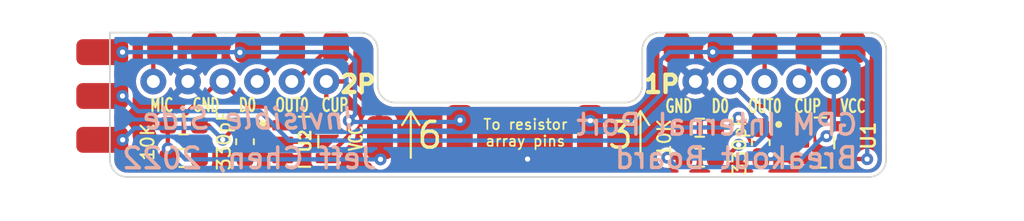
<source format=kicad_pcb>
(kicad_pcb (version 20211014) (generator pcbnew)
  (title_block (rev "1"))
  (layers (0 "F.Cu" signal "Front") (31 "B.Cu" signal "Back") (34 "B.Paste" user) (35 "F.Paste" user) (36 "B.SilkS" user "B.Silkscreen") (37 "F.SilkS" user "F.Silkscreen") (38 "B.Mask" user) (39 "F.Mask" user) (44 "Edge.Cuts" user))
  (net 0 "")
  (net 1 "GND")
  (net 2 "VCC1")
  (net 3 "/2P_INT_DATA")
  (net 4 "/1P_EXT_DATA")
  (net 5 "/2P_EXT_DATA")
  (net 6 "/1P_INT_DATA")
  (net 7 "/1P_CLK")
  (net 8 "/1P_DATA")
  (net 9 "/2P_CLK")
  (net 10 "/2P_DATA")
  (net 11 "/MIC")
  (net 12 "/LATCH1")
  (net 13 "/LATCH2")
  (net 14 "VCC2")
  (footprint "DA15_Fix:Single Pad Pin" (layer "F.Cu") (at 145.56 107.44)
    (fp_text reference "V3" hide)
    (fp_text value "4016_D0")
    (pad "1" smd roundrect (at 0 0 90) (size 3 1.5) (layers "F.Cu" "F.Paste" "F.Mask") (net 8 "/1P_DATA"))
  )
  (footprint "Resistor_SMD:R_0603_1608Metric_Pad0.98x0.95mm_HandSolder" (layer "F.Cu") (at 122.0775 109.01 180)
    (fp_text reference "R4" hide)
    (fp_text value "10K")
    (fp_line (start -0.254724 0.5225) (end 0.254724 0.5225) (layer "F.SilkS") (width 0.12))
    (fp_line (start -0.254724 -0.5225) (end 0.254724 -0.5225) (layer "F.SilkS") (width 0.12))
    (pad "1" smd roundrect (at -0.9125 0 180) (size 0.975 0.95) (layers "F.Cu" "F.Paste" "F.Mask") (net 3 "/2P_INT_DATA"))
    (pad "2" smd roundrect (at 0.9125 0 180) (size 0.975 0.95) (layers "F.Cu" "F.Paste" "F.Mask") (net 14 "VCC2"))
  )
  (footprint "Capacitor_SMD:C_0603_1608Metric_Pad1.08x0.95mm_HandSolder" (layer "F.Cu") (at 125.62 108.07 -90)
    (fp_text reference "C2" hide)
    (fp_text value "330pF")
    (fp_line (start -0.146267 0.51) (end 0.146267 0.51) (layer "F.SilkS") (width 0.12))
    (fp_line (start -0.146267 -0.51) (end 0.146267 -0.51) (layer "F.SilkS") (width 0.12))
    (pad "1" smd roundrect (at -0.8625 0 270) (size 1.075 0.95) (layers "F.Cu" "F.Paste" "F.Mask") (net 5 "/2P_EXT_DATA"))
    (pad "2" smd roundrect (at 0.8625 0 270) (size 1.075 0.95) (layers "F.Cu" "F.Paste" "F.Mask") (net 1 "GND"))
  )
  (footprint "DA15_Fix:2P Internal" (layer "F.Cu") (at 120.32 104.58)
    (fp_text reference "P2" hide)
    (fp_text value "2P_Internal")
    (pad "1" thru_hole circle (at 0 0) (size 1.5 1.5) (drill 0.75) (layers *.Cu *.Mask) (net 11 "/MIC"))
    (pad "2" thru_hole circle (at 2 0) (size 1.5 1.5) (drill 0.75) (layers *.Cu *.Mask) (net 1 "GND"))
    (pad "3" thru_hole circle (at 4 0) (size 1.5 1.5) (drill 0.75) (layers *.Cu *.Mask) (net 3 "/2P_INT_DATA"))
    (pad "4" thru_hole circle (at 6 0) (size 1.5 1.5) (drill 0.75) (layers *.Cu *.Mask) (net 13 "/LATCH2"))
    (pad "5" thru_hole circle (at 8 0) (size 1.5 1.5) (drill 0.75) (layers *.Cu *.Mask) (net 9 "/2P_CLK"))
    (pad "6" thru_hole circle (at 10 0) (size 1.5 1.5) (drill 0.75) (layers *.Cu *.Mask) (net 14 "VCC2"))
  )
  (footprint "LOGO" (layer "F.Cu") (at 140.24 105.43)
    (fp_text reference "G***" hide)
    (fp_text value "LOGO" hide)
  )
  (footprint "DA15_Fix:SOT95P280X145-5N" (layer "F.Cu") (at 129.055 108.07)
    (fp_text reference "U2" (at 0.045 -0.045 90) (layer "F.SilkS") (effects (font (size 0.65 0.65))))
    (fp_text value "SN74AHCT1G08DBVR")
    (fp_line (start -0.33 -1.45) (end 0.33 -1.45) (layer "F.SilkS") (width 0.127))
    (fp_line (start 0.33 1.45) (end -0.33 1.45) (layer "F.SilkS") (width 0.127))
    (fp_line (start 0.8 -0.335) (end 0.8 0.335) (layer "F.SilkS") (width 0.127))
    (fp_circle (center -2.41 -1.05) (end -2.31 -1.05) (layer "F.SilkS") (width 0.2) (fill none))
    (pad "1" smd roundrect (at -1.255 -0.95) (size 1.21 0.59) (layers "F.Cu" "F.Paste" "F.Mask") (roundrect_rratio 0.15) (net 5 "/2P_EXT_DATA"))
    (pad "2" smd roundrect (at -1.255 0) (size 1.21 0.59) (layers "F.Cu" "F.Paste" "F.Mask") (roundrect_rratio 0.15) (net 3 "/2P_INT_DATA"))
    (pad "3" smd roundrect (at -1.255 0.95) (size 1.21 0.59) (layers "F.Cu" "F.Paste" "F.Mask") (roundrect_rratio 0.15) (net 1 "GND"))
    (pad "4" smd roundrect (at 1.255 0.95) (size 1.21 0.59) (layers "F.Cu" "F.Paste" "F.Mask") (roundrect_rratio 0.15) (net 10 "/2P_DATA"))
    (pad "5" smd roundrect (at 1.255 -0.95) (size 1.21 0.59) (layers "F.Cu" "F.Paste" "F.Mask") (roundrect_rratio 0.15) (net 14 "VCC2"))
  )
  (footprint "DA15_Fix:1P Internal" (layer "F.Cu") (at 151.65 104.58)
    (fp_text reference "P1" hide)
    (fp_text value "1P_Internal")
    (pad "1" thru_hole circle (at 0 0) (size 1.5 1.5) (drill 0.75) (layers *.Cu *.Mask) (net 1 "GND"))
    (pad "2" thru_hole circle (at 2 0) (size 1.5 1.5) (drill 0.75) (layers *.Cu *.Mask) (net 6 "/1P_INT_DATA"))
    (pad "3" thru_hole circle (at 4 0) (size 1.5 1.5) (drill 0.75) (layers *.Cu *.Mask) (net 12 "/LATCH1"))
    (pad "4" thru_hole circle (at 6 0) (size 1.5 1.5) (drill 0.75) (layers *.Cu *.Mask) (net 7 "/1P_CLK"))
    (pad "5" thru_hole circle (at 8 0) (size 1.5 1.5) (drill 0.75) (layers *.Cu *.Mask) (net 2 "VCC1"))
  )
  (footprint "Resistor_SMD:R_0603_1608Metric_Pad0.98x0.95mm_HandSolder" (layer "F.Cu") (at 151.9 107.26 180)
    (fp_text reference "R2" hide)
    (fp_text value "10K")
    (fp_line (start -0.254724 0.5225) (end 0.254724 0.5225) (layer "F.SilkS") (width 0.12))
    (fp_line (start -0.254724 -0.5225) (end 0.254724 -0.5225) (layer "F.SilkS") (width 0.12))
    (pad "1" smd roundrect (at -0.9125 0 180) (size 0.975 0.95) (layers "F.Cu" "F.Paste" "F.Mask") (net 4 "/1P_EXT_DATA"))
    (pad "2" smd roundrect (at 0.9125 0 180) (size 0.975 0.95) (layers "F.Cu" "F.Paste" "F.Mask") (net 2 "VCC1"))
  )
  (footprint "DA15_Fix:Single Pad Pin" (layer "F.Cu") (at 138.03 107.44)
    (fp_text reference "V6" hide)
    (fp_text value "4017_D0")
    (pad "1" smd roundrect (at 0 0 90) (size 3 1.5) (layers "F.Cu" "F.Paste" "F.Mask") (net 10 "/2P_DATA"))
  )
  (footprint "DA15_Fix:1P Internal Pads" (layer "F.Cu") (at 151.6 104.585)
    (fp_text reference "P1'1" hide)
    (fp_text value "1P_Internal_Pads")
    (fp_text user "GND   D0   OUT0  CUP   VCC" (at -1.75 1.425 unlocked) (layer "F.SilkS") (effects (font (size 0.75 0.5) (thickness 0.125)) (justify left)))
    (pad "1" smd roundrect (at -1.03 -1.975) (size 1.5 1.8) (layers "F.Cu" "F.Paste" "F.Mask") (net 1 "GND"))
    (pad "2" smd roundrect (at 1.51 -1.975) (size 1.5 1.8) (layers "F.Cu" "F.Paste" "F.Mask") (net 8 "/1P_DATA"))
    (pad "3" smd roundrect (at 4.05 -1.975) (size 1.5 1.8) (layers "F.Cu" "F.Paste" "F.Mask") (net 12 "/LATCH1"))
    (pad "4" smd roundrect (at 6.59 -1.975) (size 1.5 1.8) (layers "F.Cu" "F.Paste" "F.Mask") (net 7 "/1P_CLK"))
    (pad "5" smd roundrect (at 9.13 -1.975) (size 1.5 1.8) (layers "F.Cu" "F.Paste" "F.Mask") (net 2 "VCC1"))
  )
  (footprint "DA15_Fix:SOT95P280X145-5N" (layer "F.Cu") (at 158.875 108.12)
    (fp_text reference "U1" (at 2.775 -0.395 90) (layer "F.SilkS") (effects (font (size 0.8 0.8))))
    (fp_text value "SN74AHCT1G08DBVR")
    (fp_line (start 0.8 -0.335) (end 0.8 0.335) (layer "F.SilkS") (width 0.127))
    (fp_line (start -0.33 -1.45) (end 0.33 -1.45) (layer "F.SilkS") (width 0.127))
    (fp_line (start 0.33 1.45) (end -0.33 1.45) (layer "F.SilkS") (width 0.127))
    (fp_circle (center -2.41 -1.05) (end -2.31 -1.05) (layer "F.SilkS") (width 0.2) (fill none))
    (pad "1" smd roundrect (at -1.255 -0.95) (size 1.21 0.59) (layers "F.Cu" "F.Paste" "F.Mask") (roundrect_rratio 0.15) (net 6 "/1P_INT_DATA"))
    (pad "2" smd roundrect (at -1.255 0) (size 1.21 0.59) (layers "F.Cu" "F.Paste" "F.Mask") (roundrect_rratio 0.15) (net 4 "/1P_EXT_DATA"))
    (pad "3" smd roundrect (at -1.255 0.95) (size 1.21 0.59) (layers "F.Cu" "F.Paste" "F.Mask") (roundrect_rratio 0.15) (net 1 "GND"))
    (pad "4" smd roundrect (at 1.255 0.95) (size 1.21 0.59) (layers "F.Cu" "F.Paste" "F.Mask") (roundrect_rratio 0.15) (net 8 "/1P_DATA"))
    (pad "5" smd roundrect (at 1.255 -0.95) (size 1.21 0.59) (layers "F.Cu" "F.Paste" "F.Mask") (roundrect_rratio 0.15) (net 2 "VCC1"))
  )
  (footprint "DA15_Fix:2P Internal Pads" (layer "F.Cu") (at 119.505 104.6)
    (fp_text reference "P2'1" hide)
    (fp_text value "2P_Internal_Pads")
    (fp_text user "MIC   GND   D0   OUT0  CUP" (at 0.565 1.35 unlocked) (layer "F.SilkS") (effects (font (size 0.75 0.5) (thickness 0.125)) (justify left)))
    (pad "1" smd roundrect (at 1.215 -2) (size 1.5 1.8) (layers "F.Cu" "F.Paste" "F.Mask") (net 11 "/MIC"))
    (pad "2" smd roundrect (at 3.755 -2) (size 1.5 1.8) (layers "F.Cu" "F.Paste" "F.Mask") (net 1 "GND"))
    (pad "3" smd roundrect (at 6.295 -2) (size 1.5 1.8) (layers "F.Cu" "F.Paste" "F.Mask") (net 10 "/2P_DATA"))
    (pad "4" smd roundrect (at 8.835 -2) (size 1.5 1.8) (layers "F.Cu" "F.Paste" "F.Mask") (net 13 "/LATCH2"))
    (pad "5" smd roundrect (at 11.375 -2) (size 1.5 1.8) (layers "F.Cu" "F.Paste" "F.Mask") (net 9 "/2P_CLK"))
    (pad "6" smd roundrect (at 13.915 3.23) (size 1.5 2.5) (layers "F.Cu" "F.Paste" "F.Mask") (net 14 "VCC2"))
  )
  (footprint "DA15_Fix:GPM Interboard" (layer "F.Cu") (at 117.37 105.42)
    (fp_text reference "I2" hide)
    (fp_text value "GPM_Interboard")
    (pad "1" smd roundrect (at 0 -2.54 180) (size 3 1.5) (layers "F.Cu" "F.Paste" "F.Mask") (net 10 "/2P_DATA"))
    (pad "2" smd roundrect (at 0 0 180) (size 3 1.5) (layers "F.Cu" "F.Paste" "F.Mask") (net 4 "/1P_EXT_DATA"))
    (pad "3" smd roundrect (at 0 2.54 180) (size 3 1.5) (layers "F.Cu" "F.Paste" "F.Mask") (net 5 "/2P_EXT_DATA"))
  )
  (footprint "Resistor_SMD:R_0603_1608Metric_Pad0.98x0.95mm_HandSolder" (layer "F.Cu") (at 151.9 108.99 180)
    (fp_text reference "R1" hide)
    (fp_text value "10K")
    (fp_line (start -0.254724 -0.5225) (end 0.254724 -0.5225) (layer "F.SilkS") (width 0.12))
    (fp_line (start -0.254724 0.5225) (end 0.254724 0.5225) (layer "F.SilkS") (width 0.12))
    (pad "1" smd roundrect (at -0.9125 0 180) (size 0.975 0.95) (layers "F.Cu" "F.Paste" "F.Mask") (net 6 "/1P_INT_DATA"))
    (pad "2" smd roundrect (at 0.9125 0 180) (size 0.975 0.95) (layers "F.Cu" "F.Paste" "F.Mask") (net 2 "VCC1"))
  )
  (footprint "Resistor_SMD:R_0603_1608Metric_Pad0.98x0.95mm_HandSolder" (layer "F.Cu") (at 122.07 107.12 180)
    (fp_text reference "R3" hide)
    (fp_text value "10K")
    (fp_line (start -0.254724 -0.5225) (end 0.254724 -0.5225) (layer "F.SilkS") (width 0.12))
    (fp_line (start -0.254724 0.5225) (end 0.254724 0.5225) (layer "F.SilkS") (width 0.12))
    (pad "1" smd roundrect (at -0.9125 0 180) (size 0.975 0.95) (layers "F.Cu" "F.Paste" "F.Mask") (net 5 "/2P_EXT_DATA"))
    (pad "2" smd roundrect (at 0.9125 0 180) (size 0.975 0.95) (layers "F.Cu" "F.Paste" "F.Mask") (net 14 "VCC2"))
  )
  (footprint "Capacitor_SMD:C_0603_1608Metric_Pad1.08x0.95mm_HandSolder" (layer "F.Cu") (at 155.43 108.12 -90)
    (fp_text reference "C1" hide)
    (fp_text value "330pF")
    (fp_line (start -0.146267 -0.51) (end 0.146267 -0.51) (layer "F.SilkS") (width 0.12))
    (fp_line (start -0.146267 0.51) (end 0.146267 0.51) (layer "F.SilkS") (width 0.12))
    (pad "1" smd roundrect (at -0.8625 0 270) (size 1.075 0.95) (layers "F.Cu" "F.Paste" "F.Mask") (net 4 "/1P_EXT_DATA"))
    (pad "2" smd roundrect (at 0.8625 0 270) (size 1.075 0.95) (layers "F.Cu" "F.Paste" "F.Mask") (net 1 "GND"))
  )
  (gr_line (start 135.2 109) (end 135.2 106.3) (layer "F.SilkS") (width 0.127))
  (gr_line (start 135.2 106.3) (end 134.7 107.1) (layer "F.SilkS") (width 0.127))
  (gr_line (start 148.975 107.1) (end 148.475 106.3) (layer "F.SilkS") (width 0.127))
  (gr_line (start 135.7 107.1) (end 135.2 106.3) (layer "F.SilkS") (width 0.127))
  (gr_line (start 148.475 106.3) (end 147.975 107.1) (layer "F.SilkS") (width 0.127))
  (gr_line (start 148.475 109) (end 148.475 106.3) (layer "F.SilkS") (width 0.127))
  (gr_line (start 162.673025 109.112576) (end 162.68 102.75) (layer "Edge.Cuts") (width 0.1))
  (gr_arc (start 118.817424 110.113025) (mid 118.110115 109.823061) (end 117.81 109.12) (layer "Edge.Cuts") (width 0.1))
  (gr_arc (start 162.673025 109.112576) (mid 162.380018 109.820032) (end 161.672576 110.113025) (layer "Edge.Cuts") (width 0.1))
  (gr_arc (start 148.580449 104.799551) (mid 148.287424 105.506975) (end 147.58 105.8) (layer "Edge.Cuts") (width 0.1))
  (gr_arc (start 161.679551 101.749551) (mid 162.386975 102.042576) (end 162.68 102.75) (layer "Edge.Cuts") (width 0.1))
  (gr_line (start 148.579551 102.750449) (end 148.580449 104.799551) (layer "Edge.Cuts") (width 0.1))
  (gr_arc (start 148.579551 102.750449) (mid 148.872576 102.043025) (end 149.58 101.75) (layer "Edge.Cuts") (width 0.1))
  (gr_line (start 147.58 105.8) (end 134.290449 105.800449) (layer "Edge.Cuts") (width 0.1))
  (gr_line (start 133.29 104.8) (end 133.29 102.75) (layer "Edge.Cuts") (width 0.1))
  (gr_line (start 118.817424 110.113025) (end 161.672576 110.113025) (layer "Edge.Cuts") (width 0.1))
  (gr_line (start 117.81 101.75) (end 117.81 109.12) (layer "Edge.Cuts") (width 0.1))
  (gr_arc (start 132.289551 101.749551) (mid 132.996975 102.042576) (end 133.29 102.75) (layer "Edge.Cuts") (width 0.1))
  (gr_line (start 132.289551 101.749551) (end 117.81 101.75) (layer "Edge.Cuts") (width 0.1))
  (gr_arc (start 134.290449 105.800449) (mid 133.583025 105.507424) (end 133.29 104.8) (layer "Edge.Cuts") (width 0.1))
  (gr_line (start 161.679551 101.749551) (end 149.58 101.75) (layer "Edge.Cuts") (width 0.1))
  (gr_text "GPM Internal Port\nBreakout Board" (at 161.14 108.05) (layer "B.SilkS") (effects (font (size 1.2 1.2) (thickness 0.2)) (justify left mirror)))
  (gr_text "Invisible Side" (at 125.84 106.73) (layer "B.SilkS") (effects (font (size 1.2 1.2) (thickness 0.2) italic) (justify mirror)))
  (gr_text "Jeff Chen, 2022" (at 125.88 109.03) (layer "B.SilkS") (effects (font (size 1.2 1.2) (thickness 0.2)) (justify mirror)))
  (gr_text "330pF" (at 124.4 108 90) (layer "F.SilkS") (effects (font (size 0.75 0.75) (thickness 0.12))))
  (gr_text "6" (at 136.3 107.7) (layer "F.SilkS") (effects (font (size 1.5 1.5) (thickness 0.2))))
  (gr_text "1P" (at 149.71 104.74) (layer "F.SilkS") (effects (font (size 1 1) (thickness 0.25))))
  (gr_text "330pF" (at 154.2 108.3 90) (layer "F.SilkS") (effects (font (size 0.75 0.75) (thickness 0.12))))
  (gr_text "2P" (at 132.15 104.74) (layer "F.SilkS") (effects (font (size 1 1) (thickness 0.25))))
  (gr_text "To resistor\narray pins" (at 141.825 107.55) (layer "F.SilkS") (effects (font (size 0.6 0.6) (thickness 0.1))))
  (gr_text "10K" (at 119.99 108.08 90) (layer "F.SilkS") (effects (font (size 0.75 0.75) (thickness 0.12))))
  (gr_text "3" (at 147.32 107.696) (layer "F.SilkS") (effects (font (size 1.5 1.5) (thickness 0.2))))
  (gr_text "VCC" (at 132.03 107.87 90) (layer "F.SilkS") (effects (font (size 0.75 0.5) (thickness 0.125))))
  (gr_text "10K" (at 149.85 107.85 90) (layer "F.SilkS") (effects (font (size 0.75 0.75) (thickness 0.12))))
  (via (at 141.95 109.075) (size 0.7) (drill 0.3) (layers "F.Cu" "B.Cu") (net 1))
  (via (at 156 108.825) (size 0.7) (drill 0.3) (layers "F.Cu" "B.Cu") (net 1))
  (segment (start 150.9875 107.26) (end 150.9875 108.9875) (width 0.25) (layer "F.Cu") (net 2))
  (segment (start 159.225 107.75) (end 159.8 107.175) (width 0.25) (layer "F.Cu") (net 2))
  (segment (start 150.03 108.99) (end 150.99 108.99) (width 0.25) (layer "F.Cu") (net 2))
  (segment (start 160.73 103.5) (end 160.73 102.61) (width 0.25) (layer "F.Cu") (net 2))
  (segment (start 150.9875 108.9875) (end 150.99 108.99) (width 0.25) (layer "F.Cu") (net 2))
  (segment (start 159.8 107.175) (end 160.125 107.175) (width 0.25) (layer "F.Cu") (net 2))
  (segment (start 159.65 104.58) (end 160.73 103.5) (width 0.25) (layer "F.Cu") (net 2))
  (via (at 159.225 107.75) (size 0.7) (drill 0.3) (layers "F.Cu" "B.Cu") (net 2))
  (via (at 150.03 108.99) (size 0.7) (drill 0.3) (layers "F.Cu" "B.Cu") (net 2))
  (segment (start 159.225 107.75) (end 159.07 107.75) (width 0.25) (layer "B.Cu") (net 2))
  (segment (start 159.07 107.75) (end 157.28 109.54) (width 0.25) (layer "B.Cu") (net 2))
  (segment (start 159.65 107.325) (end 159.65 104.58) (width 0.25) (layer "B.Cu") (net 2))
  (segment (start 159.225 107.75) (end 159.65 107.325) (width 0.25) (layer "B.Cu") (net 2))
  (segment (start 157.28 109.54) (end 150.58 109.54) (width 0.25) (layer "B.Cu") (net 2))
  (segment (start 150.58 109.54) (end 150.03 108.99) (width 0.25) (layer "B.Cu") (net 2))
  (segment (start 122.08 108.1) (end 122.99 109.01) (width 0.25) (layer "F.Cu") (net 3))
  (segment (start 129.04 106.44) (end 129.04 107.72) (width 0.25) (layer "F.Cu") (net 3))
  (segment (start 124.32 104.58) (end 124.07 104.58) (width 0.25) (layer "F.Cu") (net 3))
  (segment (start 122.08 106.57) (end 122.08 108.1) (width 0.25) (layer "F.Cu") (net 3))
  (segment (start 124.32 104.58) (end 125.77 106.03) (width 0.25) (layer "F.Cu") (net 3))
  (segment (start 124.07 104.58) (end 122.08 106.57) (width 0.25) (layer "F.Cu") (net 3))
  (segment (start 128.63 106.03) (end 129.04 106.44) (width 0.25) (layer "F.Cu") (net 3))
  (segment (start 129.04 107.72) (end 128.69 108.07) (width 0.25) (layer "F.Cu") (net 3))
  (segment (start 128.69 108.07) (end 127.8 108.07) (width 0.25) (layer "F.Cu") (net 3))
  (segment (start 125.77 106.03) (end 128.63 106.03) (width 0.25) (layer "F.Cu") (net 3))
  (segment (start 155.43 107.2575) (end 156.2925 108.12) (width 0.25) (layer "F.Cu") (net 4))
  (segment (start 153.57 107.25) (end 152.81 107.25) (width 0.25) (layer "F.Cu") (net 4))
  (segment (start 154.14 106.68) (end 153.57 107.25) (width 0.25) (layer "F.Cu") (net 4))
  (segment (start 154.7175 107.2575) (end 155.43 107.2575) (width 0.25) (layer "F.Cu") (net 4))
  (segment (start 156.2925 108.12) (end 157.62 108.12) (width 0.25) (layer "F.Cu") (net 4))
  (segment (start 154.14 106.68) (end 154.7175 107.2575) (width 0.25) (layer "F.Cu") (net 4))
  (via (at 154.14 106.68) (size 0.7) (drill 0.3) (layers "F.Cu" "B.Cu") (net 4))
  (via (at 118.54 105.42) (size 0.7) (drill 0.3) (layers "F.Cu" "B.Cu") (net 4))
  (segment (start 119.42 106.3) (end 118.54 105.42) (width 0.25) (layer "B.Cu") (net 4))
  (segment (start 154.14 106.68) (end 153.58 107.24) (width 0.25) (layer "B.Cu") (net 4))
  (segment (start 153.58 107.24) (end 149.46 107.24) (width 0.25) (layer "B.Cu") (net 4))
  (segment (start 148.7 108) (end 128.175 108) (width 0.25) (layer "B.Cu") (net 4))
  (segment (start 128.175 108) (end 126.475 106.3) (width 0.25) (layer "B.Cu") (net 4))
  (segment (start 126.475 106.3) (end 119.42 106.3) (width 0.25) (layer "B.Cu") (net 4))
  (segment (start 149.46 107.24) (end 148.7 108) (width 0.25) (layer "B.Cu") (net 4))
  (segment (start 125.16 107.12) (end 127.8 107.12) (width 0.25) (layer "F.Cu") (net 5))
  (segment (start 124.33 107.95) (end 125.16 107.12) (width 0.25) (layer "F.Cu") (net 5))
  (segment (start 123.5 107.12) (end 124.33 107.95) (width 0.25) (layer "F.Cu") (net 5))
  (segment (start 122.9825 107.12) (end 123.5 107.12) (width 0.25) (layer "F.Cu") (net 5))
  (via (at 124.33 107.95) (size 0.7) (drill 0.3) (layers "F.Cu" "B.Cu") (net 5))
  (via (at 118.55 107.96) (size 0.7) (drill 0.3) (layers "F.Cu" "B.Cu") (net 5))
  (segment (start 119.235 107.275) (end 118.55 107.96) (width 0.25) (layer "B.Cu") (net 5))
  (segment (start 124.33 107.95) (end 123.655 107.275) (width 0.25) (layer "B.Cu") (net 5))
  (segment (start 123.655 107.275) (end 119.235 107.275) (width 0.25) (layer "B.Cu") (net 5))
  (segment (start 157.32 107.17) (end 157.62 107.17) (width 0.25) (layer "F.Cu") (net 6))
  (segment (start 156.15 106) (end 157.32 107.17) (width 0.25) (layer "F.Cu") (net 6))
  (segment (start 153.41 108.99) (end 152.81 108.99) (width 0.25) (layer "F.Cu") (net 6))
  (segment (start 154.15 108.25) (end 153.41 108.99) (width 0.25) (layer "F.Cu") (net 6))
  (segment (start 153.65 104.58) (end 153.66 104.58) (width 0.25) (layer "F.Cu") (net 6))
  (segment (start 155.08 106) (end 156.15 106) (width 0.25) (layer "F.Cu") (net 6))
  (segment (start 153.66 104.58) (end 155.08 106) (width 0.25) (layer "F.Cu") (net 6))
  (via (at 154.15 108.25) (size 0.7) (drill 0.3) (layers "F.Cu" "B.Cu") (net 6))
  (segment (start 154.15 108.25) (end 155.1 108.25) (width 0.25) (layer "B.Cu") (net 6))
  (segment (start 155.1 108.25) (end 155.75 107.6) (width 0.25) (layer "B.Cu") (net 6))
  (segment (start 155.75 106.68) (end 153.65 104.58) (width 0.25) (layer "B.Cu") (net 6))
  (segment (start 155.75 107.6) (end 155.75 106.68) (width 0.25) (layer "B.Cu") (net 6))
  (segment (start 158.19 104.04) (end 158.19 102.61) (width 0.25) (layer "F.Cu") (net 7))
  (segment (start 157.65 104.58) (end 158.19 104.04) (width 0.25) (layer "F.Cu") (net 7))
  (segment (start 161.575 109.075) (end 161.57 109.07) (width 0.25) (layer "F.Cu") (net 8))
  (segment (start 161.57 109.07) (end 160.13 109.07) (width 0.25) (layer "F.Cu") (net 8))
  (via (at 152.65 102.875) (size 0.7) (drill 0.3) (layers "F.Cu" "B.Cu") (net 8))
  (via (at 145.57 106.85) (size 0.7) (drill 0.3) (layers "F.Cu" "B.Cu") (net 8))
  (via (at 161.575 109.075) (size 0.7) (drill 0.3) (layers "F.Cu" "B.Cu") (net 8))
  (segment (start 152.655 102.87) (end 152.65 102.875) (width 0.25) (layer "B.Cu") (net 8))
  (segment (start 148.125 106.85) (end 149.65 105.325) (width 0.25) (layer "B.Cu") (net 8))
  (segment (start 149.65 103.36) (end 150.135 102.875) (width 0.25) (layer "B.Cu") (net 8))
  (segment (start 161.58 103.45) (end 161 102.87) (width 0.25) (layer "B.Cu") (net 8))
  (segment (start 150.135 102.875) (end 152.65 102.875) (width 0.25) (layer "B.Cu") (net 8))
  (segment (start 149.65 105.325) (end 149.65 103.36) (width 0.25) (layer "B.Cu") (net 8))
  (segment (start 161 102.87) (end 152.655 102.87) (width 0.25) (layer "B.Cu") (net 8))
  (segment (start 161.58 109.07) (end 161.58 103.45) (width 0.25) (layer "B.Cu") (net 8))
  (segment (start 145.57 106.85) (end 148.125 106.85) (width 0.25) (layer "B.Cu") (net 8))
  (segment (start 161.575 109.075) (end 161.58 109.07) (width 0.25) (layer "B.Cu") (net 8))
  (segment (start 128.51 104.58) (end 130.49 102.6) (width 0.25) (layer "F.Cu") (net 9))
  (segment (start 130.49 102.6) (end 130.88 102.6) (width 0.25) (layer "F.Cu") (net 9))
  (segment (start 128.32 104.58) (end 128.51 104.58) (width 0.25) (layer "F.Cu") (net 9))
  (segment (start 131.625 107.705) (end 130.31 109.02) (width 0.25) (layer "F.Cu") (net 10))
  (segment (start 131.625 106.85) (end 131.625 107.705) (width 0.25) (layer "F.Cu") (net 10))
  (via (at 118.54 102.88) (size 0.7) (drill 0.3) (layers "F.Cu" "B.Cu") (net 10))
  (via (at 138.05 106.825) (size 0.7) (drill 0.3) (layers "F.Cu" "B.Cu") (net 10))
  (via (at 125.325 102.9) (size 0.7) (drill 0.3) (layers "F.Cu" "B.Cu") (net 10))
  (via (at 131.625 106.85) (size 0.7) (drill 0.3) (layers "F.Cu" "B.Cu") (net 10))
  (segment (start 131.625 106.85) (end 131.7 106.925) (width 0.25) (layer "B.Cu") (net 10))
  (segment (start 131.98 106.495) (end 131.98 103.39) (width 0.25) (layer "B.Cu") (net 10))
  (segment (start 137.95 106.925) (end 138.05 106.825) (width 0.25) (layer "B.Cu") (net 10))
  (segment (start 131.7 106.925) (end 137.95 106.925) (width 0.25) (layer "B.Cu") (net 10))
  (segment (start 118.54 102.88) (end 125.305 102.88) (width 0.25) (layer "B.Cu") (net 10))
  (segment (start 131.98 103.39) (end 131.47 102.88) (width 0.25) (layer "B.Cu") (net 10))
  (segment (start 125.305 102.88) (end 125.325 102.9) (width 0.25) (layer "B.Cu") (net 10))
  (segment (start 125.345 102.88) (end 125.325 102.9) (width 0.25) (layer "B.Cu") (net 10))
  (segment (start 131.47 102.88) (end 125.345 102.88) (width 0.25) (layer "B.Cu") (net 10))
  (segment (start 131.625 106.85) (end 131.98 106.495) (width 0.25) (layer "B.Cu") (net 10))
  (segment (start 120.32 103) (end 120.72 102.6) (width 0.25) (layer "F.Cu") (net 11))
  (segment (start 120.32 104.58) (end 120.32 103) (width 0.25) (layer "F.Cu") (net 11))
  (segment (start 155.65 104.58) (end 155.65 102.61) (width 0.25) (layer "F.Cu") (net 12))
  (segment (start 128.2 102.6) (end 128.34 102.6) (width 0.25) (layer "F.Cu") (net 13))
  (segment (start 126.32 104.58) (end 126.32 104.48) (width 0.25) (layer "F.Cu") (net 13))
  (segment (start 126.32 104.48) (end 128.2 102.6) (width 0.25) (layer "F.Cu") (net 13))
  (segment (start 133.45 106.65) (end 131.38 104.58) (width 0.25) (layer "F.Cu") (net 14))
  (segment (start 130.32 107.11) (end 130.31 107.12) (width 0.25) (layer "F.Cu") (net 14))
  (segment (start 131.38 104.58) (end 130.32 104.58) (width 0.25) (layer "F.Cu") (net 14))
  (segment (start 121.1575 109.0075) (end 121.16 109.01) (width 0.25) (layer "F.Cu") (net 14))
  (segment (start 133.45 109.09) (end 133.45 106.65) (width 0.25) (layer "F.Cu") (net 14))
  (segment (start 130.32 104.58) (end 130.32 107.11) (width 0.25) (layer "F.Cu") (net 14))
  (segment (start 121.1575 107.12) (end 121.1575 109.0075) (width 0.25) (layer "F.Cu") (net 14))
  (via (at 133.45 109.09) (size 0.7) (drill 0.3) (layers "F.Cu" "B.Cu") (net 14))
  (via (at 121.16 108.458) (size 0.7) (drill 0.3) (layers "F.Cu" "B.Cu") (net 14))
  (segment (start 121.538 108.458) (end 122.17 109.09) (width 0.25) (layer "B.Cu") (net 14))
  (segment (start 121.16 108.458) (end 121.538 108.458) (width 0.25) (layer "B.Cu") (net 14))
  (segment (start 122.17 109.09) (end 133.45 109.09) (width 0.25) (layer "B.Cu") (net 14))
  (zone (net 1) (net_name "GND") (layers F&B.Cu) (connect_pads (clearance 0.25)) (min_thickness 0.16) (fill yes (thermal_gap 0.25) (thermal_bridge_width 0.4))
    (polygon (pts (xy 164.97 112.67) (xy 115.55 112.67) (xy 115.55 99.86) (xy 164.97 99.86)))
  )
)
</source>
